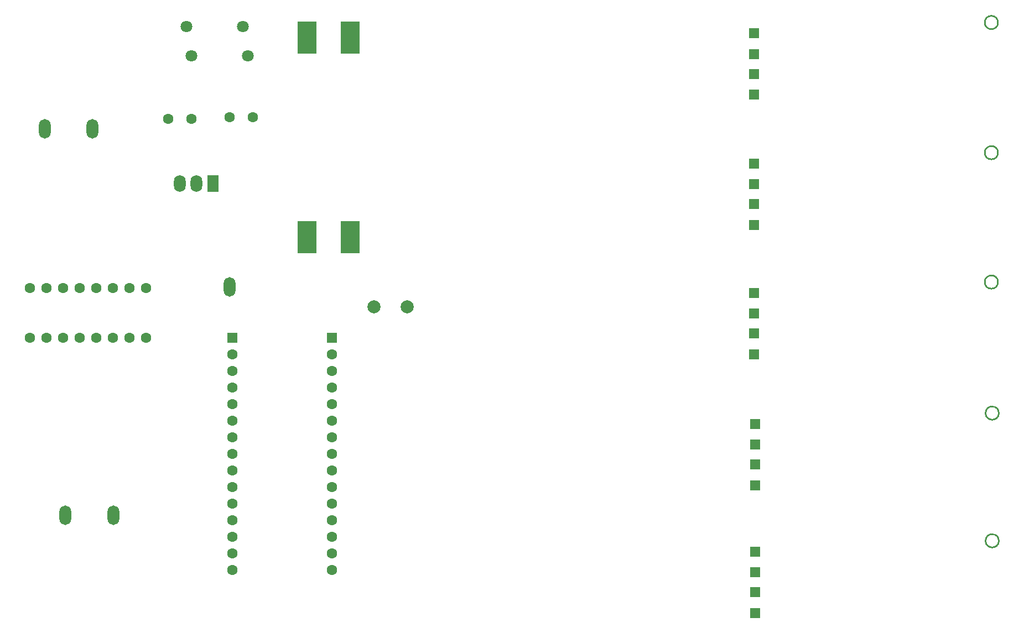
<source format=gtl>
G04 Layer: TopLayer*
G04 EasyEDA v6.5.42, 2024-03-09 14:26:13*
G04 86abbcd208f74741804ea8bf9407674b,eef5abb128bb431e85b49fc667c07292,10*
G04 Gerber Generator version 0.2*
G04 Scale: 100 percent, Rotated: No, Reflected: No *
G04 Dimensions in millimeters *
G04 leading zeros omitted , absolute positions ,4 integer and 5 decimal *
%FSLAX45Y45*%
%MOMM*%

%ADD10C,0.2540*%
%ADD11O,1.7999964X2.999994*%
%ADD12C,1.6000*%
%ADD13C,1.8000*%
%ADD14R,1.5240X1.5240*%
%ADD15C,2.0000*%
%ADD16R,1.6000X1.6000*%
%ADD17O,1.7999964X2.5999948*%
%ADD18R,1.8000X2.6000*%
%ADD19R,3.0000X5.0000*%
%ADD20C,1.5240*%
%ADD21C,0.6200*%

%LPD*%
D10*
G75*
G01
X15290800Y-419100D02*
G03X15290800Y-419100I-101600J0D01*
G75*
G01
X15290800Y-2413000D02*
G03X15290800Y-2413000I-101600J0D01*
G75*
G01
X15290800Y-4394200D02*
G03X15290800Y-4394200I-101600J0D01*
G75*
G01
X15303500Y-6400800D02*
G03X15303500Y-6400800I-101600J0D01*
G75*
G01
X15303500Y-8356600D02*
G03X15303500Y-8356600I-101600J0D01*
D11*
G01*
X1431797Y-2044700D03*
G01*
X701801Y-2044700D03*
G01*
X1019301Y-7962900D03*
G01*
X1749297Y-7962900D03*
D12*
G01*
X3533393Y-1866900D03*
G01*
X3883405Y-1866900D03*
G01*
X2593593Y-1892300D03*
G01*
X2943605Y-1892300D03*
D13*
G01*
X2943199Y-927100D03*
G01*
X3813200Y-927100D03*
G01*
X2866999Y-482600D03*
G01*
X3737000Y-482600D03*
D14*
G01*
X11557000Y-584200D03*
G01*
X11557000Y-901700D03*
G01*
X11557000Y-1206500D03*
G01*
X11557000Y-1524000D03*
G01*
X11557000Y-2578100D03*
G01*
X11557000Y-2895600D03*
G01*
X11557000Y-3200400D03*
G01*
X11557000Y-3517900D03*
G01*
X11557000Y-4559300D03*
G01*
X11557000Y-4876800D03*
G01*
X11557000Y-5181600D03*
G01*
X11557000Y-5499100D03*
G01*
X11569700Y-6565900D03*
G01*
X11569700Y-6883400D03*
G01*
X11569700Y-7188200D03*
G01*
X11569700Y-7505700D03*
G01*
X11569700Y-8521700D03*
G01*
X11569700Y-8839200D03*
G01*
X11569700Y-9144000D03*
G01*
X11569700Y-9461500D03*
D15*
G01*
X5743955Y-4775200D03*
G01*
X6244843Y-4775200D03*
D16*
G01*
X3568700Y-5245100D03*
D12*
G01*
X5092700Y-5499100D03*
G01*
X5092700Y-6007100D03*
G01*
X5092700Y-6515100D03*
G01*
X5092700Y-7023100D03*
G01*
X5092700Y-7531100D03*
G01*
X5092700Y-8039100D03*
G01*
X5092700Y-8547100D03*
G01*
X3568700Y-8801100D03*
G01*
X3568700Y-8293100D03*
G01*
X3568700Y-7785100D03*
G01*
X3568700Y-7277100D03*
G01*
X3568700Y-6769100D03*
G01*
X3568700Y-6261100D03*
G01*
X3568700Y-5753100D03*
G01*
X3568700Y-5499100D03*
G01*
X3568700Y-6007100D03*
G01*
X3568700Y-6515100D03*
G01*
X3568700Y-7023100D03*
G01*
X3568700Y-7531100D03*
G01*
X3568700Y-8039100D03*
G01*
X3568700Y-8547100D03*
G01*
X5092700Y-8801100D03*
G01*
X5092700Y-8293100D03*
G01*
X5092700Y-7785100D03*
G01*
X5092700Y-7277100D03*
G01*
X5092700Y-6769100D03*
G01*
X5092700Y-6261100D03*
G01*
X5092700Y-5753100D03*
D16*
G01*
X5092700Y-5245100D03*
D12*
G01*
X2247900Y-4483100D03*
G01*
X1993900Y-4483100D03*
G01*
X1739900Y-4483100D03*
G01*
X1485900Y-4483100D03*
G01*
X1231900Y-4483100D03*
G01*
X977900Y-4483100D03*
G01*
X723900Y-4483100D03*
G01*
X469900Y-4483100D03*
G01*
X469900Y-5245100D03*
G01*
X723900Y-5245100D03*
G01*
X977900Y-5245100D03*
G01*
X1231900Y-5245100D03*
G01*
X1485900Y-5245100D03*
G01*
X1739900Y-5245100D03*
G01*
X1993900Y-5245100D03*
G01*
X2247900Y-5245100D03*
D17*
G01*
X3022625Y-2883407D03*
G01*
X2768600Y-2882417D03*
D18*
G01*
X3276600Y-2883407D03*
D19*
G01*
X5372100Y-647700D03*
G01*
X4711700Y-647700D03*
G01*
X5372100Y-3708400D03*
G01*
X4711700Y-3708400D03*
D11*
G01*
X3530625Y-4470450D03*
D20*
G01*
X11569700Y-7188200D03*
D21*
G01*
X3530625Y-4470450D03*
M02*

</source>
